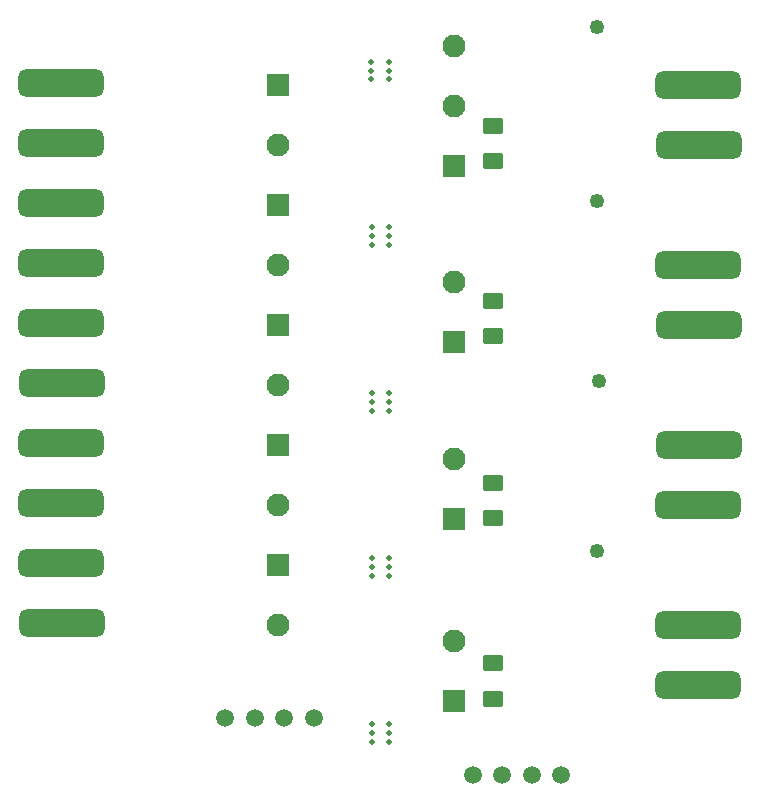
<source format=gbr>
%TF.GenerationSoftware,KiCad,Pcbnew,7.0.11*%
%TF.CreationDate,2025-09-14T18:22:29-04:00*%
%TF.ProjectId,14.1.7 - PMOS - PLC Connector Combined,31342e31-2e37-4202-9d20-504d4f53202d,rev?*%
%TF.SameCoordinates,Original*%
%TF.FileFunction,Soldermask,Bot*%
%TF.FilePolarity,Negative*%
%FSLAX46Y46*%
G04 Gerber Fmt 4.6, Leading zero omitted, Abs format (unit mm)*
G04 Created by KiCad (PCBNEW 7.0.11) date 2025-09-14 18:22:29*
%MOMM*%
%LPD*%
G01*
G04 APERTURE LIST*
G04 Aperture macros list*
%AMRoundRect*
0 Rectangle with rounded corners*
0 $1 Rounding radius*
0 $2 $3 $4 $5 $6 $7 $8 $9 X,Y pos of 4 corners*
0 Add a 4 corners polygon primitive as box body*
4,1,4,$2,$3,$4,$5,$6,$7,$8,$9,$2,$3,0*
0 Add four circle primitives for the rounded corners*
1,1,$1+$1,$2,$3*
1,1,$1+$1,$4,$5*
1,1,$1+$1,$6,$7*
1,1,$1+$1,$8,$9*
0 Add four rect primitives between the rounded corners*
20,1,$1+$1,$2,$3,$4,$5,0*
20,1,$1+$1,$4,$5,$6,$7,0*
20,1,$1+$1,$6,$7,$8,$9,0*
20,1,$1+$1,$8,$9,$2,$3,0*%
G04 Aperture macros list end*
%ADD10C,1.950000*%
%ADD11R,1.950000X1.950000*%
%ADD12C,0.500000*%
%ADD13C,1.250000*%
%ADD14C,1.498600*%
%ADD15RoundRect,0.250001X-0.624999X0.462499X-0.624999X-0.462499X0.624999X-0.462499X0.624999X0.462499X0*%
%ADD16RoundRect,0.572500X3.045750X0.572500X-3.045750X0.572500X-3.045750X-0.572500X3.045750X-0.572500X0*%
G04 APERTURE END LIST*
D10*
%TO.C,J317*%
X107500000Y-89000000D03*
D11*
X107500000Y-94080000D03*
%TD*%
D12*
%TO.C,mouse-bite-2mm-slot*%
X100550000Y-85890000D03*
X102050000Y-85890000D03*
X100550000Y-85140000D03*
X102050000Y-85140000D03*
X100550000Y-84390000D03*
X102050000Y-84390000D03*
%TD*%
%TO.C,mouse-bite-2mm-slot*%
X100550000Y-127950000D03*
X102050000Y-127950000D03*
X100550000Y-127200000D03*
X102050000Y-127200000D03*
X100550000Y-126450000D03*
X102050000Y-126450000D03*
%TD*%
D13*
%TO.C,J324*%
X119800000Y-97400000D03*
%TD*%
%TO.C,J325*%
X119600000Y-111800000D03*
%TD*%
D10*
%TO.C,J222*%
X92640000Y-97740000D03*
D11*
X92640000Y-92660000D03*
%TD*%
D10*
%TO.C,J224*%
X92600000Y-118060000D03*
D11*
X92600000Y-112980000D03*
%TD*%
D10*
%TO.C,J320*%
X107500000Y-104000000D03*
D11*
X107500000Y-109080000D03*
%TD*%
D14*
%TO.C,J226*%
X95660000Y-125970000D03*
X93160000Y-125970000D03*
X90660000Y-125970000D03*
X88160000Y-125970000D03*
%TD*%
D10*
%TO.C,J318*%
X107500000Y-69000000D03*
X107500000Y-74080000D03*
D11*
X107500000Y-79160000D03*
%TD*%
D13*
%TO.C,J323*%
X119600000Y-67400000D03*
%TD*%
D12*
%TO.C,mouse-bite-2mm-slot*%
X100550000Y-99910000D03*
X102050000Y-99910000D03*
X100550000Y-99160000D03*
X102050000Y-99160000D03*
X100550000Y-98410000D03*
X102050000Y-98410000D03*
%TD*%
%TO.C,mouse-bite-2mm-slot*%
X100550000Y-113920000D03*
X102050000Y-113920000D03*
X100550000Y-113170000D03*
X102050000Y-113170000D03*
X100550000Y-112420000D03*
X102050000Y-112420000D03*
%TD*%
D13*
%TO.C,J322*%
X119600000Y-82200000D03*
%TD*%
D10*
%TO.C,J221*%
X92640000Y-107900000D03*
D11*
X92640000Y-102820000D03*
%TD*%
D10*
%TO.C,J223*%
X92640000Y-77420000D03*
D11*
X92640000Y-72340000D03*
%TD*%
D10*
%TO.C,J225*%
X92640000Y-87580000D03*
D11*
X92640000Y-82500000D03*
%TD*%
D12*
%TO.C,mouse-bite-2mm-slot*%
X100540000Y-71860000D03*
X102040000Y-71860000D03*
X100540000Y-71110000D03*
X102040000Y-71110000D03*
X100540000Y-70360000D03*
X102040000Y-70360000D03*
%TD*%
D10*
%TO.C,J319*%
X107500000Y-119400000D03*
D11*
X107500000Y-124480000D03*
%TD*%
D14*
%TO.C,J321*%
X116620000Y-130760000D03*
X114120000Y-130760000D03*
X111620000Y-130760000D03*
X109120000Y-130760000D03*
%TD*%
D15*
%TO.C,F2*%
X110800000Y-90600000D03*
X110800000Y-93575000D03*
%TD*%
D16*
%TO.C,J304*%
X128220000Y-72350000D03*
%TD*%
D15*
%TO.C,F3*%
X110800000Y-106000000D03*
X110800000Y-108975000D03*
%TD*%
D16*
%TO.C,J212*%
X74258250Y-112817224D03*
%TD*%
%TO.C,J216*%
X74268250Y-92497224D03*
%TD*%
%TO.C,J213*%
X74268250Y-107737224D03*
%TD*%
%TO.C,J217*%
X74268250Y-87407224D03*
%TD*%
%TO.C,J308*%
X128220000Y-118070000D03*
%TD*%
%TO.C,J219*%
X74238250Y-77247224D03*
%TD*%
%TO.C,J211*%
X74340000Y-117907224D03*
%TD*%
%TO.C,J312*%
X128220000Y-87570000D03*
%TD*%
%TO.C,J316*%
X128230000Y-102800000D03*
%TD*%
D15*
%TO.C,F1*%
X110800000Y-75800000D03*
X110800000Y-78775000D03*
%TD*%
D16*
%TO.C,J214*%
X74258250Y-102667224D03*
%TD*%
%TO.C,J305*%
X128230000Y-92650000D03*
%TD*%
%TO.C,J301*%
X128220000Y-123130000D03*
%TD*%
%TO.C,J215*%
X74320000Y-97580000D03*
%TD*%
%TO.C,J303*%
X128240000Y-77410000D03*
%TD*%
D15*
%TO.C,F4*%
X110800000Y-121312500D03*
X110800000Y-124287500D03*
%TD*%
D16*
%TO.C,J313*%
X128220000Y-107900000D03*
%TD*%
%TO.C,J218*%
X74258250Y-82347224D03*
%TD*%
%TO.C,J220*%
X74238250Y-72187224D03*
%TD*%
M02*

</source>
